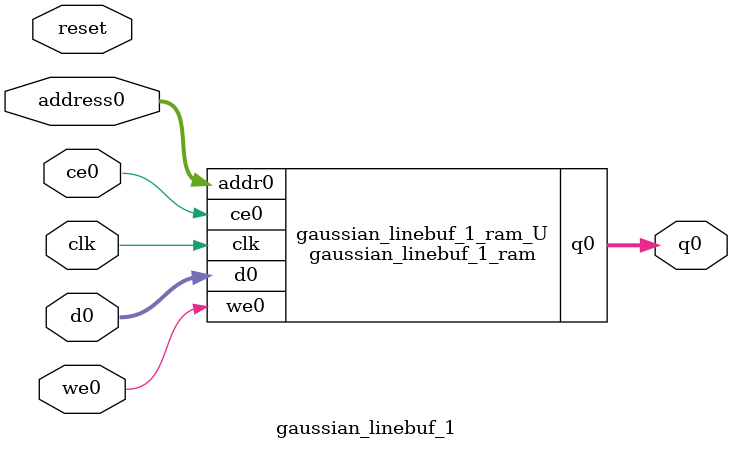
<source format=v>
`timescale 1 ns / 1 ps
module gaussian_linebuf_1_ram (addr0, ce0, d0, we0, q0,  clk);

parameter DWIDTH = 32;
parameter AWIDTH = 9;
parameter MEM_SIZE = 512;

input[AWIDTH-1:0] addr0;
input ce0;
input[DWIDTH-1:0] d0;
input we0;
output reg[DWIDTH-1:0] q0;
input clk;

reg [DWIDTH-1:0] ram[0:MEM_SIZE-1];




always @(posedge clk)  
begin 
    if (ce0) begin
        if (we0) 
            ram[addr0] <= d0; 
        q0 <= ram[addr0];
    end
end


endmodule

`timescale 1 ns / 1 ps
module gaussian_linebuf_1(
    reset,
    clk,
    address0,
    ce0,
    we0,
    d0,
    q0);

parameter DataWidth = 32'd32;
parameter AddressRange = 32'd512;
parameter AddressWidth = 32'd9;
input reset;
input clk;
input[AddressWidth - 1:0] address0;
input ce0;
input we0;
input[DataWidth - 1:0] d0;
output[DataWidth - 1:0] q0;



gaussian_linebuf_1_ram gaussian_linebuf_1_ram_U(
    .clk( clk ),
    .addr0( address0 ),
    .ce0( ce0 ),
    .we0( we0 ),
    .d0( d0 ),
    .q0( q0 ));

endmodule


</source>
